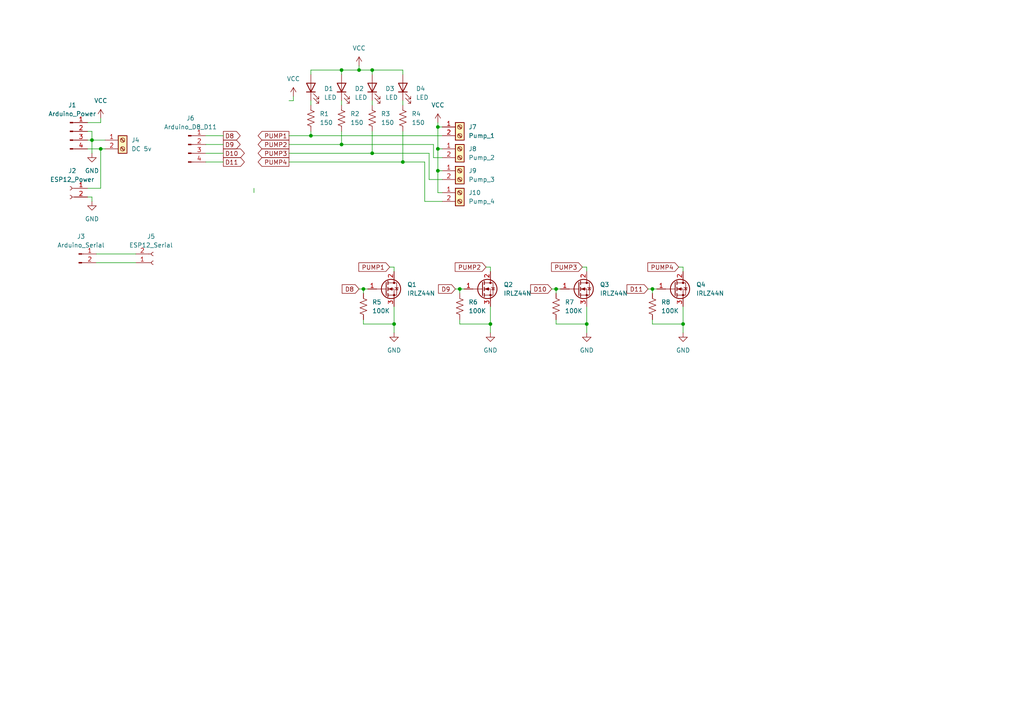
<source format=kicad_sch>
(kicad_sch (version 20211123) (generator eeschema)
  (paper "A4")
  (lib_symbols
    (symbol "Connector:Conn_01x02_Female" (pin_names (offset 1.016) hide)
      (property "Reference" "J" (at 0 2.54 0))
      (property "Value" "Conn_01x02_Female" (at 0 -5.08 0))
      (symbol "Conn_01x02_Female_1_1"
        (arc (start 0 -2.032) (mid -0.508 -2.54) (end 0 -3.048) (stroke (width 0.1524)))
        (polyline (pts (xy -1.27 -2.54) (xy -0.508 -2.54)) (stroke (width 0.1524)))
        (polyline (pts (xy -1.27 0) (xy -0.508 0)) (stroke (width 0.1524)))
        (arc (start 0 0.508) (mid -0.508 0) (end 0 -0.508) (stroke (width 0.1524)))
        (pin passive line (at -5.08 0 0) (length 3.81) (name "Pin_1") (number "1"))
        (pin passive line (at -5.08 -2.54 0) (length 3.81) (name "Pin_2") (number "2"))
      )
    )
    (symbol "Connector:Conn_01x02_Male" (pin_names (offset 1.016) hide)
      (property "Reference" "J" (at 0 2.54 0))
      (property "Value" "Conn_01x02_Male" (at 0 -5.08 0))
      (symbol "Conn_01x02_Male_1_1"
        (polyline (pts (xy 1.27 -2.54) (xy 0.8636 -2.54)) (stroke (width 0.1524)))
        (polyline (pts (xy 1.27 0) (xy 0.8636 0)) (stroke (width 0.1524)))
        (rectangle (start 0.8636 -2.413) (end 0 -2.667) (stroke (width 0.1524)) (fill (type outline)))
        (rectangle (start 0.8636 0.127) (end 0 -0.127) (stroke (width 0.1524)) (fill (type outline)))
        (pin passive line (at 5.08 0 180) (length 3.81) (name "Pin_1") (number "1"))
        (pin passive line (at 5.08 -2.54 180) (length 3.81) (name "Pin_2") (number "2"))
      )
    )
    (symbol "Connector:Conn_01x04_Male" (pin_names (offset 1.016) hide)
      (property "Reference" "J" (at 0 5.08 0))
      (property "Value" "Conn_01x04_Male" (at 0 -7.62 0))
      (symbol "Conn_01x04_Male_1_1"
        (polyline (pts (xy 1.27 -5.08) (xy 0.8636 -5.08)) (stroke (width 0.1524)))
        (polyline (pts (xy 1.27 -2.54) (xy 0.8636 -2.54)) (stroke (width 0.1524)))
        (polyline (pts (xy 1.27 0) (xy 0.8636 0)) (stroke (width 0.1524)))
        (polyline (pts (xy 1.27 2.54) (xy 0.8636 2.54)) (stroke (width 0.1524)))
        (rectangle (start 0.8636 -4.953) (end 0 -5.207) (stroke (width 0.1524)) (fill (type outline)))
        (rectangle (start 0.8636 -2.413) (end 0 -2.667) (stroke (width 0.1524)) (fill (type outline)))
        (rectangle (start 0.8636 0.127) (end 0 -0.127) (stroke (width 0.1524)) (fill (type outline)))
        (rectangle (start 0.8636 2.667) (end 0 2.413) (stroke (width 0.1524)) (fill (type outline)))
        (pin passive line (at 5.08 2.54 180) (length 3.81) (name "Pin_1") (number "1"))
        (pin passive line (at 5.08 0 180) (length 3.81) (name "Pin_2") (number "2"))
        (pin passive line (at 5.08 -2.54 180) (length 3.81) (name "Pin_3") (number "3"))
        (pin passive line (at 5.08 -5.08 180) (length 3.81) (name "Pin_4") (number "4"))
      )
    )
    (symbol "Connector:Screw_Terminal_01x02" (pin_names (offset 1.016) hide)
      (property "Reference" "J" (at 0 2.54 0))
      (property "Value" "Screw_Terminal_01x02" (at 0 -5.08 0))
      (symbol "Screw_Terminal_01x02_1_1"
        (rectangle (start -1.27 1.27) (end 1.27 -3.81) (stroke (width 0.254)) (fill (type background)))
        (circle (center 0 -2.54) (radius 0.635) (stroke (width 0.1524)))
        (polyline (pts (xy -0.5334 -2.2098) (xy 0.3302 -3.048)) (stroke (width 0.1524)))
        (polyline (pts (xy -0.5334 0.3302) (xy 0.3302 -0.508)) (stroke (width 0.1524)))
        (polyline (pts (xy -0.3556 -2.032) (xy 0.508 -2.8702)) (stroke (width 0.1524)))
        (polyline (pts (xy -0.3556 0.508) (xy 0.508 -0.3302)) (stroke (width 0.1524)))
        (circle (center 0 0) (radius 0.635) (stroke (width 0.1524)))
        (pin passive line (at -5.08 0 0) (length 3.81) (name "Pin_1") (number "1"))
        (pin passive line (at -5.08 -2.54 0) (length 3.81) (name "Pin_2") (number "2"))
      )
    )
    (symbol "Device:LED" (pin_numbers hide) (pin_names (offset 1.016) hide)
      (property "Reference" "D" (at 0 2.54 0))
      (property "Value" "LED" (at 0 -2.54 0))
      (symbol "LED_0_1"
        (polyline (pts (xy -1.27 -1.27) (xy -1.27 1.27)) (stroke (width 0.254)))
        (polyline (pts (xy -1.27 0) (xy 1.27 0)))
        (polyline (pts (xy 1.27 -1.27) (xy 1.27 1.27) (xy -1.27 0) (xy 1.27 -1.27)) (stroke (width 0.254)))
        (polyline (pts (xy -3.048 -0.762) (xy -4.572 -2.286) (xy -3.81 -2.286) (xy -4.572 -2.286) (xy -4.572 -1.524)))
        (polyline (pts (xy -1.778 -0.762) (xy -3.302 -2.286) (xy -2.54 -2.286) (xy -3.302 -2.286) (xy -3.302 -1.524)))
      )
      (symbol "LED_1_1"
        (pin passive line (at -3.81 0 0) (length 2.54) (name "K") (number "1"))
        (pin passive line (at 3.81 0 180) (length 2.54) (name "A") (number "2"))
      )
    )
    (symbol "Device:R_US" (pin_numbers hide) (pin_names (offset 0))
      (property "Reference" "R" (at 2.54 0 90))
      (property "Value" "R_US" (at -2.54 0 90))
      (symbol "R_US_0_1"
        (polyline (pts (xy 0 -2.286) (xy 0 -2.54)))
        (polyline (pts (xy 0 2.286) (xy 0 2.54)))
        (polyline (pts (xy 0 -0.762) (xy 1.016 -1.143) (xy 0 -1.524) (xy -1.016 -1.905) (xy 0 -2.286)))
        (polyline (pts (xy 0 0.762) (xy 1.016 0.381) (xy 0 0) (xy -1.016 -0.381) (xy 0 -0.762)))
        (polyline (pts (xy 0 2.286) (xy 1.016 1.905) (xy 0 1.524) (xy -1.016 1.143) (xy 0 0.762)))
      )
      (symbol "R_US_1_1"
        (pin passive line (at 0 3.81 270) (length 1.27) (name "~") (number "1"))
        (pin passive line (at 0 -3.81 90) (length 1.27) (name "~") (number "2"))
      )
    )
    (symbol "Transistor_FET:IRLZ44N" (pin_names hide)
      (property "Reference" "Q" (at 6.35 1.905 0))
      (property "Value" "IRLZ44N" (at 6.35 0 0))
      (symbol "IRLZ44N_0_1"
        (polyline (pts (xy 0.254 0) (xy -2.54 0)))
        (polyline (pts (xy 0.254 1.905) (xy 0.254 -1.905)) (stroke (width 0.254)))
        (polyline (pts (xy 0.762 -1.27) (xy 0.762 -2.286)) (stroke (width 0.254)))
        (polyline (pts (xy 0.762 0.508) (xy 0.762 -0.508)) (stroke (width 0.254)))
        (polyline (pts (xy 0.762 2.286) (xy 0.762 1.27)) (stroke (width 0.254)))
        (polyline (pts (xy 2.54 2.54) (xy 2.54 1.778)))
        (polyline (pts (xy 2.54 -2.54) (xy 2.54 0) (xy 0.762 0)))
        (polyline (pts (xy 0.762 -1.778) (xy 3.302 -1.778) (xy 3.302 1.778) (xy 0.762 1.778)))
        (polyline (pts (xy 1.016 0) (xy 2.032 0.381) (xy 2.032 -0.381) (xy 1.016 0)) (fill (type outline)))
        (polyline (pts (xy 2.794 0.508) (xy 2.921 0.381) (xy 3.683 0.381) (xy 3.81 0.254)))
        (polyline (pts (xy 3.302 0.381) (xy 2.921 -0.254) (xy 3.683 -0.254) (xy 3.302 0.381)))
        (circle (center 1.651 0) (radius 2.794) (stroke (width 0.254)))
        (circle (center 2.54 -1.778) (radius 0.254) (fill (type outline)))
        (circle (center 2.54 1.778) (radius 0.254) (fill (type outline)))
      )
      (symbol "IRLZ44N_1_1"
        (pin input line (at -5.08 0 0) (length 2.54) (name "G") (number "1"))
        (pin passive line (at 2.54 5.08 270) (length 2.54) (name "D") (number "2"))
        (pin passive line (at 2.54 -5.08 90) (length 2.54) (name "S") (number "3"))
      )
    )
    (symbol "power:GND" (power) (pin_names (offset 0))
      (property "Value" "GND" (at 0 -3.81 0))
      (symbol "GND_0_1"
        (polyline (pts (xy 0 0) (xy 0 -1.27) (xy 1.27 -1.27) (xy 0 -2.54) (xy -1.27 -1.27) (xy 0 -1.27)))
      )
      (symbol "GND_1_1"
        (pin power_in line (at 0 0 270) (length 0) hide (name "GND") (number "1"))
      )
    )
    (symbol "power:VCC" (power) (pin_names (offset 0))
      (property "Value" "VCC" (at 0 3.81 0))
      (symbol "VCC_0_1"
        (polyline (pts (xy -0.762 1.27) (xy 0 2.54)))
        (polyline (pts (xy 0 0) (xy 0 2.54)))
        (polyline (pts (xy 0 2.54) (xy 0.762 1.27)))
      )
      (symbol "VCC_1_1"
        (pin power_in line (at 0 0 90) (length 0) hide (name "VCC") (number "1"))
      )
    )
  )
  (junction (at 104.14 20.32))
  (junction (at 107.95 44.45))
  (junction (at 105.41 83.82))
  (junction (at 142.24 93.98))
  (junction (at 107.95 20.32))
  (junction (at 133.35 83.82))
  (junction (at 99.06 41.91))
  (junction (at 127 36.83))
  (junction (at 198.12 93.98))
  (junction (at 170.18 93.98))
  (junction (at 116.84 46.99))
  (junction (at 127 49.53))
  (junction (at 127 43.18))
  (junction (at 189.23 83.82))
  (junction (at 114.3 93.98))
  (junction (at 99.06 20.32))
  (junction (at 90.17 39.37))
  (junction (at 26.67 40.64))
  (junction (at 161.29 83.82))
  (junction (at 29.21 43.18))
  (wire (pts (xy 127 36.83) (xy 127 35.56)))
  (wire (pts (xy 189.23 83.82) (xy 190.5 83.82)))
  (wire (pts (xy 113.03 77.47) (xy 114.3 77.47)))
  (wire (pts (xy 133.35 92.71) (xy 133.35 93.98)))
  (wire (pts (xy 107.95 20.32) (xy 116.84 20.32)))
  (wire (pts (xy 161.29 93.98) (xy 170.18 93.98)))
  (wire (pts (xy 127 49.53) (xy 127 55.88)))
  (wire (pts (xy 83.82 39.37) (xy 90.17 39.37)))
  (wire (pts (xy 105.41 93.98) (xy 114.3 93.98)))
  (wire (pts (xy 128.27 45.72) (xy 125.73 45.72)))
  (wire (pts (xy 127 43.18) (xy 127 36.83)))
  (wire (pts (xy 83.82 44.45) (xy 107.95 44.45)))
  (wire (pts (xy 29.21 43.18) (xy 30.48 43.18)))
  (wire (pts (xy 124.46 52.07) (xy 124.46 44.45)))
  (wire (pts (xy 123.19 58.42) (xy 123.19 46.99)))
  (wire (pts (xy 125.73 41.91) (xy 99.06 41.91)))
  (wire (pts (xy 105.41 92.71) (xy 105.41 93.98)))
  (wire (pts (xy 90.17 39.37) (xy 128.27 39.37)))
  (wire (pts (xy 114.3 77.47) (xy 114.3 78.74)))
  (wire (pts (xy 25.4 54.61) (xy 29.21 54.61)))
  (wire (pts (xy 29.21 43.18) (xy 29.21 54.61)))
  (wire (pts (xy 104.14 19.05) (xy 104.14 20.32)))
  (wire (pts (xy 189.23 93.98) (xy 198.12 93.98)))
  (wire (pts (xy 161.29 83.82) (xy 162.56 83.82)))
  (wire (pts (xy 59.69 44.45) (xy 64.77 44.45)))
  (wire (pts (xy 90.17 38.1) (xy 90.17 39.37)))
  (wire (pts (xy 161.29 92.71) (xy 161.29 93.98)))
  (wire (pts (xy 170.18 88.9) (xy 170.18 93.98)))
  (wire (pts (xy 99.06 38.1) (xy 99.06 41.91)))
  (wire (pts (xy 142.24 88.9) (xy 142.24 93.98)))
  (wire (pts (xy 116.84 20.32) (xy 116.84 21.59)))
  (wire (pts (xy 85.09 29.21) (xy 85.09 27.94)))
  (wire (pts (xy 116.84 29.21) (xy 116.84 30.48)))
  (wire (pts (xy 170.18 77.47) (xy 170.18 78.74)))
  (wire (pts (xy 59.69 39.37) (xy 64.77 39.37)))
  (wire (pts (xy 29.21 35.56) (xy 29.21 34.29)))
  (wire (pts (xy 189.23 92.71) (xy 189.23 93.98)))
  (wire (pts (xy 25.4 38.1) (xy 26.67 38.1)))
  (wire (pts (xy 26.67 40.64) (xy 30.48 40.64)))
  (wire (pts (xy 25.4 43.18) (xy 29.21 43.18)))
  (wire (pts (xy 124.46 44.45) (xy 107.95 44.45)))
  (wire (pts (xy 59.69 41.91) (xy 64.77 41.91)))
  (wire (pts (xy 114.3 93.98) (xy 114.3 96.52)))
  (wire (pts (xy 90.17 20.32) (xy 99.06 20.32)))
  (wire (pts (xy 99.06 20.32) (xy 99.06 21.59)))
  (wire (pts (xy 127 49.53) (xy 127 43.18)))
  (wire (pts (xy 140.97 77.47) (xy 142.24 77.47)))
  (wire (pts (xy 198.12 88.9) (xy 198.12 93.98)))
  (wire (pts (xy 83.82 46.99) (xy 116.84 46.99)))
  (wire (pts (xy 132.08 83.82) (xy 133.35 83.82)))
  (wire (pts (xy 99.06 29.21) (xy 99.06 30.48)))
  (wire (pts (xy 142.24 77.47) (xy 142.24 78.74)))
  (wire (pts (xy 168.91 77.47) (xy 170.18 77.47)))
  (wire (pts (xy 105.41 83.82) (xy 106.68 83.82)))
  (wire (pts (xy 83.82 29.21) (xy 85.09 29.21)))
  (wire (pts (xy 187.96 83.82) (xy 189.23 83.82)))
  (wire (pts (xy 198.12 93.98) (xy 198.12 96.52)))
  (wire (pts (xy 25.4 57.15) (xy 26.67 57.15)))
  (wire (pts (xy 90.17 21.59) (xy 90.17 20.32)))
  (wire (pts (xy 133.35 93.98) (xy 142.24 93.98)))
  (wire (pts (xy 198.12 77.47) (xy 198.12 78.74)))
  (wire (pts (xy 128.27 49.53) (xy 127 49.53)))
  (wire (pts (xy 83.82 41.91) (xy 99.06 41.91)))
  (wire (pts (xy 73.66 54.61) (xy 73.66 55.88)))
  (wire (pts (xy 189.23 83.82) (xy 189.23 85.09)))
  (wire (pts (xy 107.95 20.32) (xy 107.95 21.59)))
  (wire (pts (xy 196.85 77.47) (xy 198.12 77.47)))
  (wire (pts (xy 114.3 88.9) (xy 114.3 93.98)))
  (wire (pts (xy 99.06 20.32) (xy 104.14 20.32)))
  (wire (pts (xy 104.14 83.82) (xy 105.41 83.82)))
  (wire (pts (xy 128.27 55.88) (xy 127 55.88)))
  (wire (pts (xy 25.4 35.56) (xy 29.21 35.56)))
  (wire (pts (xy 90.17 29.21) (xy 90.17 30.48)))
  (wire (pts (xy 26.67 57.15) (xy 26.67 58.42)))
  (wire (pts (xy 128.27 58.42) (xy 123.19 58.42)))
  (wire (pts (xy 107.95 29.21) (xy 107.95 30.48)))
  (wire (pts (xy 160.02 83.82) (xy 161.29 83.82)))
  (wire (pts (xy 27.94 76.2) (xy 39.37 76.2)))
  (wire (pts (xy 128.27 43.18) (xy 127 43.18)))
  (wire (pts (xy 161.29 83.82) (xy 161.29 85.09)))
  (wire (pts (xy 105.41 83.82) (xy 105.41 85.09)))
  (wire (pts (xy 170.18 93.98) (xy 170.18 96.52)))
  (wire (pts (xy 104.14 20.32) (xy 107.95 20.32)))
  (wire (pts (xy 142.24 93.98) (xy 142.24 96.52)))
  (wire (pts (xy 125.73 45.72) (xy 125.73 41.91)))
  (wire (pts (xy 27.94 73.66) (xy 39.37 73.66)))
  (wire (pts (xy 116.84 38.1) (xy 116.84 46.99)))
  (wire (pts (xy 128.27 36.83) (xy 127 36.83)))
  (wire (pts (xy 26.67 40.64) (xy 26.67 44.45)))
  (wire (pts (xy 26.67 38.1) (xy 26.67 40.64)))
  (wire (pts (xy 25.4 40.64) (xy 26.67 40.64)))
  (wire (pts (xy 116.84 46.99) (xy 123.19 46.99)))
  (wire (pts (xy 133.35 83.82) (xy 133.35 85.09)))
  (wire (pts (xy 128.27 52.07) (xy 124.46 52.07)))
  (wire (pts (xy 107.95 38.1) (xy 107.95 44.45)))
  (wire (pts (xy 59.69 46.99) (xy 64.77 46.99)))
  (wire (pts (xy 133.35 83.82) (xy 134.62 83.82)))
  (global_label "D8" (shape input) (at 104.14 83.82 180) (property "Intersheet References" "${INTERSHEET_REFS}" (effects hide)))
  (global_label "D11" (shape output) (at 64.77 46.99 0) (property "Intersheet References" "${INTERSHEET_REFS}" (effects hide)))
  (global_label "PUMP2" (shape output) (at 83.82 41.91 180) (property "Intersheet References" "${INTERSHEET_REFS}" (effects hide)))
  (global_label "PUMP4" (shape input) (at 196.85 77.47 180) (property "Intersheet References" "${INTERSHEET_REFS}" (effects hide)))
  (global_label "D10" (shape input) (at 160.02 83.82 180) (property "Intersheet References" "${INTERSHEET_REFS}" (effects hide)))
  (global_label "D10" (shape output) (at 64.77 44.45 0) (property "Intersheet References" "${INTERSHEET_REFS}" (effects hide)))
  (global_label "PUMP1" (shape input) (at 113.03 77.47 180) (property "Intersheet References" "${INTERSHEET_REFS}" (effects hide)))
  (global_label "D8" (shape output) (at 64.77 39.37 0) (property "Intersheet References" "${INTERSHEET_REFS}" (effects hide)))
  (global_label "PUMP1" (shape output) (at 83.82 39.37 180) (property "Intersheet References" "${INTERSHEET_REFS}" (effects hide)))
  (global_label "D9" (shape output) (at 64.77 41.91 0) (property "Intersheet References" "${INTERSHEET_REFS}" (effects hide)))
  (global_label "PUMP2" (shape input) (at 140.97 77.47 180) (property "Intersheet References" "${INTERSHEET_REFS}" (effects hide)))
  (global_label "PUMP3" (shape output) (at 83.82 44.45 180) (property "Intersheet References" "${INTERSHEET_REFS}" (effects hide)))
  (global_label "D9" (shape input) (at 132.08 83.82 180) (property "Intersheet References" "${INTERSHEET_REFS}" (effects hide)))
  (global_label "PUMP4" (shape output) (at 83.82 46.99 180) (property "Intersheet References" "${INTERSHEET_REFS}" (effects hide)))
  (global_label "PUMP3" (shape input) (at 168.91 77.47 180) (property "Intersheet References" "${INTERSHEET_REFS}" (effects hide)))
  (global_label "D11" (shape input) (at 187.96 83.82 180) (property "Intersheet References" "${INTERSHEET_REFS}" (effects hide)))
  (symbol (lib_id "Device:LED") (at 116.84 25.4 90) (unit 1)
    (property "Reference" "D4" (at 120.65 25.7174 90) (effects (justify right)))
    (property "Value" "LED" (at 120.65 28.2574 90) (effects (justify right)))
  )
  (symbol (lib_id "Transistor_FET:IRLZ44N") (at 139.7 83.82 0) (unit 1)
    (property "Reference" "Q2" (at 146.05 82.5499 0) (effects (justify left)))
    (property "Value" "IRLZ44N" (at 146.05 85.0899 0) (effects (justify left)))
    (property "Footprint" "Package_TO_SOT_THT:TO-220-3_Vertical" (effects hide))
    (property "Datasheet" "http://www.irf.com/product-info/datasheets/data/irlz44n.pdf" (effects hide))
  )
  (symbol (lib_id "Device:LED") (at 90.17 25.4 90) (unit 1)
    (property "Reference" "D1" (at 93.98 25.7174 90) (effects (justify right)))
    (property "Value" "LED" (at 93.98 28.2574 90) (effects (justify right)))
  )
  (symbol (lib_id "Connector:Screw_Terminal_01x02") (at 133.35 43.18 0) (unit 1)
    (property "Reference" "J8" (at 135.89 43.1799 0) (effects (justify left)))
    (property "Value" "Pump_2" (at 135.89 45.7199 0) (effects (justify left)))
  )
  (symbol (lib_id "Connector:Conn_01x04_Male") (at 20.32 38.1 0) (unit 1)
    (property "Reference" "J1" (at 20.955 30.48 0))
    (property "Value" "Arduino_Power" (at 20.955 33.02 0))
  )
  (symbol (lib_id "Device:LED") (at 99.06 25.4 90) (unit 1)
    (property "Reference" "D2" (at 102.87 25.7174 90) (effects (justify right)))
    (property "Value" "LED" (at 102.87 28.2574 90) (effects (justify right)))
  )
  (symbol (lib_id "power:GND") (at 142.24 96.52 0) (unit 1)
    (property "Reference" "#PWR08" (effects hide))
    (property "Value" "GND" (at 142.24 101.6 0))
  )
  (symbol (lib_id "Transistor_FET:IRLZ44N") (at 167.64 83.82 0) (unit 1)
    (property "Reference" "Q3" (at 173.99 82.5499 0) (effects (justify left)))
    (property "Value" "IRLZ44N" (at 173.99 85.0899 0) (effects (justify left)))
    (property "Footprint" "Package_TO_SOT_THT:TO-220-3_Vertical" (effects hide))
    (property "Datasheet" "http://www.irf.com/product-info/datasheets/data/irlz44n.pdf" (effects hide))
  )
  (symbol (lib_id "power:GND") (at 114.3 96.52 0) (unit 1)
    (property "Reference" "#PWR04" (effects hide))
    (property "Value" "GND" (at 114.3 101.6 0))
  )
  (symbol (lib_id "Device:R_US") (at 107.95 34.29 0) (unit 1)
    (property "Reference" "R3" (at 110.49 33.0199 0) (effects (justify left)))
    (property "Value" "150" (at 110.49 35.5599 0) (effects (justify left)))
  )
  (symbol (lib_id "Connector:Conn_01x02_Male") (at 22.86 73.66 0) (unit 1)
    (property "Reference" "J3" (at 23.495 68.58 0))
    (property "Value" "Arduino_Serial" (at 23.495 71.12 0))
  )
  (symbol (lib_id "Device:R_US") (at 189.23 88.9 0) (unit 1)
    (property "Reference" "R8" (at 191.77 87.6299 0) (effects (justify left)))
    (property "Value" "100K" (at 191.77 90.1699 0) (effects (justify left)))
  )
  (symbol (lib_id "Transistor_FET:IRLZ44N") (at 195.58 83.82 0) (unit 1)
    (property "Reference" "Q4" (at 201.93 82.5499 0) (effects (justify left)))
    (property "Value" "IRLZ44N" (at 201.93 85.0899 0) (effects (justify left)))
    (property "Footprint" "Package_TO_SOT_THT:TO-220-3_Vertical" (effects hide))
    (property "Datasheet" "http://www.irf.com/product-info/datasheets/data/irlz44n.pdf" (effects hide))
  )
  (symbol (lib_id "Device:R_US") (at 90.17 34.29 0) (unit 1)
    (property "Reference" "R1" (at 92.71 33.0199 0) (effects (justify left)))
    (property "Value" "150" (at 92.71 35.5599 0) (effects (justify left)))
  )
  (symbol (lib_id "power:VCC") (at 127 35.56 0) (unit 1)
    (property "Reference" "#PWR07" (effects hide))
    (property "Value" "VCC" (at 127 30.48 0))
  )
  (symbol (lib_id "power:GND") (at 198.12 96.52 0) (unit 1)
    (property "Reference" "#PWR010" (effects hide))
    (property "Value" "GND" (at 198.12 101.6 0))
  )
  (symbol (lib_id "power:VCC") (at 104.14 19.05 0) (unit 1)
    (property "Reference" "#PWR06" (effects hide))
    (property "Value" "VCC" (at 104.14 13.97 0))
  )
  (symbol (lib_id "Device:R_US") (at 161.29 88.9 0) (unit 1)
    (property "Reference" "R7" (at 163.83 87.6299 0) (effects (justify left)))
    (property "Value" "100K" (at 163.83 90.1699 0) (effects (justify left)))
  )
  (symbol (lib_id "Connector:Screw_Terminal_01x02") (at 35.56 40.64 0) (unit 1)
    (property "Reference" "J4" (at 38.1 40.6399 0) (effects (justify left)))
    (property "Value" "DC 5v" (at 38.1 43.1799 0) (effects (justify left)))
  )
  (symbol (lib_id "Device:R_US") (at 133.35 88.9 0) (unit 1)
    (property "Reference" "R6" (at 135.89 87.6299 0) (effects (justify left)))
    (property "Value" "100K" (at 135.89 90.1699 0) (effects (justify left)))
  )
  (symbol (lib_id "Connector:Screw_Terminal_01x02") (at 133.35 49.53 0) (unit 1)
    (property "Reference" "J9" (at 135.89 49.5299 0) (effects (justify left)))
    (property "Value" "Pump_3" (at 135.89 52.0699 0) (effects (justify left)))
  )
  (symbol (lib_id "Device:R_US") (at 116.84 34.29 0) (unit 1)
    (property "Reference" "R4" (at 119.38 33.0199 0) (effects (justify left)))
    (property "Value" "150" (at 119.38 35.5599 0) (effects (justify left)))
  )
  (symbol (lib_id "Connector:Conn_01x02_Female") (at 44.45 76.2 0) (mirror x) (unit 1)
    (property "Reference" "J5" (at 43.815 68.58 0))
    (property "Value" "ESP12_Serial" (at 43.815 71.12 0))
  )
  (symbol (lib_id "power:GND") (at 26.67 44.45 0) (unit 1)
    (property "Reference" "#PWR01" (effects hide))
    (property "Value" "GND" (at 26.67 49.53 0))
  )
  (symbol (lib_id "Connector:Conn_01x02_Female") (at 20.32 54.61 0) (mirror y) (unit 1)
    (property "Reference" "J2" (at 20.955 49.53 0))
    (property "Value" "ESP12_Power" (at 20.955 52.07 0))
  )
  (symbol (lib_id "power:GND") (at 170.18 96.52 0) (unit 1)
    (property "Reference" "#PWR09" (effects hide))
    (property "Value" "GND" (at 170.18 101.6 0))
  )
  (symbol (lib_id "Connector:Conn_01x04_Male") (at 54.61 41.91 0) (unit 1)
    (property "Reference" "J6" (at 55.245 34.29 0))
    (property "Value" "Arduino_D8_D11" (at 55.245 36.83 0))
  )
  (symbol (lib_id "Device:LED") (at 107.95 25.4 90) (unit 1)
    (property "Reference" "D3" (at 111.76 25.7174 90) (effects (justify right)))
    (property "Value" "LED" (at 111.76 28.2574 90) (effects (justify right)))
  )
  (symbol (lib_id "Transistor_FET:IRLZ44N") (at 111.76 83.82 0) (unit 1)
    (property "Reference" "Q1" (at 118.11 82.5499 0) (effects (justify left)))
    (property "Value" "IRLZ44N" (at 118.11 85.0899 0) (effects (justify left)))
    (property "Footprint" "Package_TO_SOT_THT:TO-220-3_Vertical" (effects hide))
    (property "Datasheet" "http://www.irf.com/product-info/datasheets/data/irlz44n.pdf" (effects hide))
  )
  (symbol (lib_id "Device:R_US") (at 105.41 88.9 0) (unit 1)
    (property "Reference" "R5" (at 107.95 87.6299 0) (effects (justify left)))
    (property "Value" "100K" (at 107.95 90.1699 0) (effects (justify left)))
  )
  (symbol (lib_id "Connector:Screw_Terminal_01x02") (at 133.35 55.88 0) (unit 1)
    (property "Reference" "J10" (at 135.89 55.8799 0) (effects (justify left)))
    (property "Value" "Pump_4" (at 135.89 58.4199 0) (effects (justify left)))
  )
  (symbol (lib_id "power:VCC") (at 85.09 27.94 0) (unit 1)
    (property "Reference" "#PWR05" (effects hide))
    (property "Value" "VCC" (at 85.09 22.86 0))
  )
  (symbol (lib_id "Connector:Screw_Terminal_01x02") (at 133.35 36.83 0) (unit 1)
    (property "Reference" "J7" (at 135.89 36.8299 0) (effects (justify left)))
    (property "Value" "Pump_1" (at 135.89 39.3699 0) (effects (justify left)))
  )
  (symbol (lib_id "Device:R_US") (at 99.06 34.29 0) (unit 1)
    (property "Reference" "R2" (at 101.6 33.0199 0) (effects (justify left)))
    (property "Value" "150" (at 101.6 35.5599 0) (effects (justify left)))
  )
  (symbol (lib_id "power:VCC") (at 29.21 34.29 0) (unit 1)
    (property "Reference" "#PWR03" (effects hide))
    (property "Value" "VCC" (at 29.21 29.21 0))
  )
  (symbol (lib_id "power:GND") (at 26.67 58.42 0) (unit 1)
    (property "Reference" "#PWR02" (effects hide))
    (property "Value" "GND" (at 26.67 63.5 0))
  )
)
</source>
